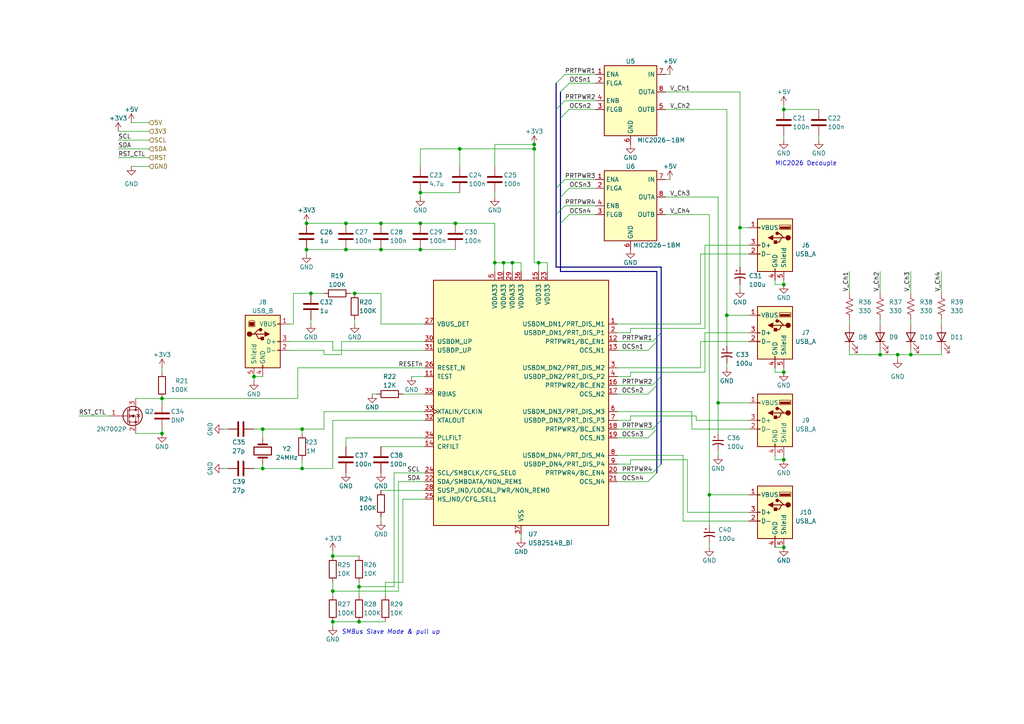
<source format=kicad_sch>
(kicad_sch (version 20211123) (generator eeschema)
  (paper "A4")
  (title_block (date "2022-09-12") (rev "0.2") (comment 1 "Runnan Li"))
  (lib_symbols
    (symbol "Connector:USB_A" (pin_names (offset 1.016))
      (property "Reference" "J" (at -5.08 11.43 0))
      (property "Value" "USB_A" (at -5.08 8.89 0))
      (symbol "USB_A_1_1"
        (pin power_in line (at 7.62 5.08 180) (length 2.54) (name "VBUS") (number "1"))
        (pin bidirectional line (at 7.62 -2.54 180) (length 2.54) (name "D-") (number "2"))
        (pin bidirectional line (at 7.62 0 180) (length 2.54) (name "D+") (number "3"))
        (pin power_in line (at 0 -10.16 90) (length 2.54) (name "GND") (number "4"))
        (pin passive line (at -2.54 -10.16 90) (length 2.54) (name "Shield") (number "5"))
      )
    )
    (symbol "Connector:USB_B" (pin_names (offset 1.016))
      (property "Reference" "J" (at -5.08 11.43 0))
      (property "Value" "USB_B" (at -5.08 8.89 0))
      (symbol "USB_B_1_1"
        (pin power_out line (at 7.62 5.08 180) (length 2.54) (name "VBUS") (number "1"))
        (pin bidirectional line (at 7.62 -2.54 180) (length 2.54) (name "D-") (number "2"))
        (pin bidirectional line (at 7.62 0 180) (length 2.54) (name "D+") (number "3"))
        (pin power_out line (at 0 -10.16 90) (length 2.54) (name "GND") (number "4"))
        (pin passive line (at -2.54 -10.16 90) (length 2.54) (name "Shield") (number "5"))
      )
    )
    (symbol "Device:C" (pin_numbers hide) (pin_names (offset 0.254))
      (property "Reference" "C" (at 0.635 2.54 0))
      (property "Value" "C" (at 0.635 -2.54 0))
      (symbol "C_1_1"
        (pin passive line (at 0 3.81 270) (length 2.794) (name "~") (number "1"))
        (pin passive line (at 0 -3.81 90) (length 2.794) (name "~") (number "2"))
      )
    )
    (symbol "Device:C_Polarized_Small_US" (pin_numbers hide) (pin_names (offset 0.254) hide)
      (property "Reference" "C" (at 0.254 1.778 0))
      (property "Value" "C_Polarized_Small_US" (at 0.254 -2.032 0))
      (symbol "C_Polarized_Small_US_1_1"
        (pin passive line (at 0 2.54 270) (length 2.032) (name "~") (number "1"))
        (pin passive line (at 0 -2.54 90) (length 2.032) (name "~") (number "2"))
      )
    )
    (symbol "Device:Crystal" (pin_numbers hide) (pin_names (offset 1.016) hide)
      (property "Reference" "Y" (at 0 3.81 0))
      (property "Value" "Crystal" (at 0 -3.81 0))
      (symbol "Crystal_1_1"
        (pin passive line (at -3.81 0 0) (length 1.27) (name "1") (number "1"))
        (pin passive line (at 3.81 0 180) (length 1.27) (name "2") (number "2"))
      )
    )
    (symbol "Device:LED" (pin_numbers hide) (pin_names (offset 1.016) hide)
      (property "Reference" "D" (at 0 2.54 0))
      (property "Value" "LED" (at 0 -2.54 0))
      (symbol "LED_1_1"
        (pin passive line (at -3.81 0 0) (length 2.54) (name "K") (number "1"))
        (pin passive line (at 3.81 0 180) (length 2.54) (name "A") (number "2"))
      )
    )
    (symbol "Device:R" (pin_numbers hide) (pin_names (offset 0))
      (property "Reference" "R" (at 2.032 0 90))
      (property "Value" "R" (at 0 0 90))
      (symbol "R_1_1"
        (pin passive line (at 0 3.81 270) (length 1.27) (name "~") (number "1"))
        (pin passive line (at 0 -3.81 90) (length 1.27) (name "~") (number "2"))
      )
    )
    (symbol "Device:R_US" (pin_numbers hide) (pin_names (offset 0))
      (property "Reference" "R" (at 2.54 0 90))
      (property "Value" "R_US" (at -2.54 0 90))
      (symbol "R_US_1_1"
        (pin passive line (at 0 3.81 270) (length 1.27) (name "~") (number "1"))
        (pin passive line (at 0 -3.81 90) (length 1.27) (name "~") (number "2"))
      )
    )
    (symbol "Interface_USB:USB2514B_Bi" (pin_names (offset 1.016))
      (property "Reference" "U" (at -17.78 40.64 0))
      (property "Value" "USB2514B_Bi" (at -20.32 38.1 0))
      (symbol "USB2514B_Bi_1_1"
        (pin bidirectional line (at 27.94 22.86 180) (length 2.54) (name "USBDM_DN1/PRT_DIS_M1") (number "1"))
        (pin power_in line (at -5.08 38.1 270) (length 2.54) (name "VDDA33") (number "10"))
        (pin input line (at -27.94 7.62 0) (length 2.54) (name "TEST") (number "11"))
        (pin bidirectional line (at 27.94 17.78 180) (length 2.54) (name "PRTPWR1/BC_EN1") (number "12"))
        (pin input line (at 27.94 15.24 180) (length 2.54) (name "OCS_N1") (number "13"))
        (pin input line (at -27.94 -12.7 0) (length 2.54) (name "CRFILT") (number "14"))
        (pin power_in line (at 5.08 38.1 270) (length 2.54) (name "VDD33") (number "15"))
        (pin bidirectional line (at 27.94 5.08 180) (length 2.54) (name "PRTPWR2/BC_EN2") (number "16"))
        (pin input line (at 27.94 2.54 180) (length 2.54) (name "OCS_N2") (number "17"))
        (pin bidirectional line (at 27.94 -7.62 180) (length 2.54) (name "PRTPWR3/BC_EN3") (number "18"))
        (pin input line (at 27.94 -10.16 180) (length 2.54) (name "OCS_N3") (number "19"))
        (pin bidirectional line (at 27.94 20.32 180) (length 2.54) (name "USBDP_DN1/PRT_DIS_P1") (number "2"))
        (pin bidirectional line (at 27.94 -20.32 180) (length 2.54) (name "PRTPWR4/BC_EN4") (number "20"))
        (pin input line (at 27.94 -22.86 180) (length 2.54) (name "OCS_N4") (number "21"))
        (pin bidirectional line (at -27.94 -22.86 0) (length 2.54) (name "SDA/SMBDATA/NON_REM1") (number "22"))
        (pin power_in line (at 7.62 38.1 270) (length 2.54) (name "VDD33") (number "23"))
        (pin bidirectional line (at -27.94 -20.32 0) (length 2.54) (name "SCL/SMBCLK/CFG_SEL0") (number "24"))
        (pin bidirectional line (at -27.94 -27.94 0) (length 2.54) (name "HS_IND/CFG_SEL1") (number "25"))
        (pin input line (at -27.94 10.16 0) (length 2.54) (name "RESET_N") (number "26"))
        (pin input line (at -27.94 22.86 0) (length 2.54) (name "VBUS_DET") (number "27"))
        (pin bidirectional line (at -27.94 -25.4 0) (length 2.54) (name "SUSP_IND/LOCAL_PWR/NON_REM0") (number "28"))
        (pin power_in line (at -2.54 38.1 270) (length 2.54) (name "VDDA33") (number "29"))
        (pin bidirectional line (at 27.94 10.16 180) (length 2.54) (name "USBDM_DN2/PRT_DIS_M2") (number "3"))
        (pin bidirectional line (at -27.94 17.78 0) (length 2.54) (name "USBDM_UP") (number "30"))
        (pin bidirectional line (at -27.94 15.24 0) (length 2.54) (name "USBDP_UP") (number "31"))
        (pin output line (at -27.94 -5.08 0) (length 2.54) (name "XTALOUT") (number "32"))
        (pin input clock (at -27.94 -2.54 0) (length 2.54) (name "XTALIN/CLKIN") (number "33"))
        (pin input line (at -27.94 -10.16 0) (length 2.54) (name "PLLFILT") (number "34"))
        (pin input line (at -27.94 2.54 0) (length 2.54) (name "RBIAS") (number "35"))
        (pin power_in line (at 0 38.1 270) (length 2.54) (name "VDDA33") (number "36"))
        (pin power_in line (at 0 -38.1 90) (length 2.54) (name "VSS") (number "37"))
        (pin bidirectional line (at 27.94 7.62 180) (length 2.54) (name "USBDP_DN2/PRT_DIS_P2") (number "4"))
        (pin power_in line (at -7.62 38.1 270) (length 2.54) (name "VDDA33") (number "5"))
        (pin bidirectional line (at 27.94 -2.54 180) (length 2.54) (name "USBDM_DN3/PRT_DIS_M3") (number "6"))
        (pin bidirectional line (at 27.94 -5.08 180) (length 2.54) (name "USBDP_DN3/PRT_DIS_P3") (number "7"))
        (pin bidirectional line (at 27.94 -15.24 180) (length 2.54) (name "USBDM_DN4/PRT_DIS_M4") (number "8"))
        (pin bidirectional line (at 27.94 -17.78 180) (length 2.54) (name "USBDP_DN4/PRT_DIS_P4") (number "9"))
      )
    )
    (symbol "Power_Management:MIC2026-1BM"
      (property "Reference" "U" (at -7.62 11.43 0))
      (property "Value" "MIC2026-1BM" (at 12.7 11.43 0))
      (symbol "MIC2026-1BM_1_1"
        (pin input line (at -10.16 7.62 0) (length 2.54) (name "ENA") (number "1"))
        (pin output line (at -10.16 5.08 0) (length 2.54) (name "FLGA") (number "2"))
        (pin output line (at -10.16 -2.54 0) (length 2.54) (name "FLGB") (number "3"))
        (pin input line (at -10.16 0 0) (length 2.54) (name "ENB") (number "4"))
        (pin power_out line (at 10.16 -2.54 180) (length 2.54) (name "OUTB") (number "5"))
        (pin power_in line (at 0 -12.7 90) (length 2.54) (name "GND") (number "6"))
        (pin power_in line (at 10.16 7.62 180) (length 2.54) (name "IN") (number "7"))
        (pin power_out line (at 10.16 2.54 180) (length 2.54) (name "OUTA") (number "8"))
      )
    )
    (symbol "Transistor_FET:2N7002" (pin_names hide)
      (property "Reference" "Q" (at 5.08 1.905 0))
      (property "Value" "2N7002" (at 5.08 0 0))
      (symbol "2N7002_1_1"
        (pin input line (at -5.08 0 0) (length 2.54) (name "G") (number "1"))
        (pin passive line (at 2.54 -5.08 90) (length 2.54) (name "S") (number "2"))
        (pin passive line (at 2.54 5.08 270) (length 2.54) (name "D") (number "3"))
      )
    )
    (symbol "power:+3V3" (power) (pin_names (offset 0))
      (property "Value" "+3V3" (at 0 3.556 0))
      (symbol "+3V3_1_1"
        (pin power_in line (at 0 0 90) (length 0) hide (name "+3V3") (number "1"))
      )
    )
    (symbol "power:+5V" (power) (pin_names (offset 0))
      (property "Value" "+5V" (at 0 3.556 0))
      (symbol "+5V_1_1"
        (pin power_in line (at 0 0 90) (length 0) hide (name "+5V") (number "1"))
      )
    )
    (symbol "power:GND" (power) (pin_names (offset 0))
      (property "Value" "GND" (at 0 -3.81 0))
      (symbol "GND_1_1"
        (pin power_in line (at 0 0 270) (length 0) hide (name "GND") (number "1"))
      )
    )
  )
  (junction (at 121.92 55.88))
  (junction (at 76.2 124.46))
  (junction (at 208.28 116.84))
  (junction (at 205.74 143.51))
  (junction (at 148.59 76.2))
  (junction (at 87.63 135.89))
  (junction (at 227.33 31.75))
  (junction (at 154.94 41.91))
  (junction (at 260.35 102.87))
  (junction (at 110.49 64.77))
  (junction (at 132.08 64.77))
  (junction (at 214.63 66.04))
  (junction (at 227.33 107.95))
  (junction (at 104.14 180.34))
  (junction (at 96.52 161.29))
  (junction (at 121.92 64.77))
  (junction (at 210.82 91.44))
  (junction (at 227.33 133.35))
  (junction (at 46.99 115.57))
  (junction (at 154.94 43.18))
  (junction (at 100.33 64.77))
  (junction (at 102.87 85.09))
  (junction (at 87.63 124.46))
  (junction (at 143.51 76.2))
  (junction (at 96.52 171.45))
  (junction (at 88.9 72.39))
  (junction (at 46.99 125.73))
  (junction (at 227.33 82.55))
  (junction (at 104.14 170.18))
  (junction (at 255.27 102.87))
  (junction (at 146.05 76.2))
  (junction (at 76.2 135.89))
  (junction (at 227.33 158.75))
  (junction (at 110.49 72.39))
  (junction (at 121.92 72.39))
  (junction (at 96.52 180.34))
  (junction (at 264.16 102.87))
  (junction (at 100.33 72.39))
  (junction (at 156.21 76.2))
  (junction (at 88.9 64.77))
  (junction (at 133.35 43.18))
  (junction (at 90.17 85.09))
  (junction (at 73.66 109.22))
  (bus_entry (at 161.29 31.75) (size 2.54 -2.54))
  (bus_entry (at 187.96 114.3) (size 2.54 -2.54))
  (bus_entry (at 187.96 127) (size 2.54 -2.54))
  (bus_entry (at 162.56 57.15) (size 2.54 -2.54))
  (bus_entry (at 189.23 137.16) (size 2.54 -2.54))
  (bus_entry (at 162.56 64.77) (size 2.54 -2.54))
  (bus_entry (at 161.29 62.23) (size 2.54 -2.54))
  (bus_entry (at 161.29 24.13) (size 2.54 -2.54))
  (bus_entry (at 187.96 101.6) (size 2.54 -2.54))
  (bus_entry (at 187.96 139.7) (size 2.54 -2.54))
  (bus_entry (at 162.56 34.29) (size 2.54 -2.54))
  (bus_entry (at 161.29 54.61) (size 2.54 -2.54))
  (bus_entry (at 189.23 99.06) (size 2.54 -2.54))
  (bus_entry (at 162.56 26.67) (size 2.54 -2.54))
  (bus_entry (at 189.23 111.76) (size 2.54 -2.54))
  (bus_entry (at 189.23 124.46) (size 2.54 -2.54))
  (wire (pts (xy 156.21 76.2) (xy 158.75 76.2)))
  (wire (pts (xy 179.07 101.6) (xy 187.96 101.6)))
  (wire (pts (xy 200.66 124.46) (xy 217.17 124.46)))
  (wire (pts (xy 109.22 114.3) (xy 107.95 114.3)))
  (wire (pts (xy 210.82 105.41) (xy 210.82 106.68)))
  (wire (pts (xy 273.05 92.71) (xy 273.05 93.98)))
  (wire (pts (xy 99.06 99.06) (xy 99.06 102.87)))
  (wire (pts (xy 143.51 76.2) (xy 143.51 64.77)))
  (wire (pts (xy 85.09 85.09) (xy 90.17 85.09)))
  (wire (pts (xy 123.19 93.98) (xy 110.49 93.98)))
  (wire (pts (xy 76.2 135.89) (xy 76.2 134.62)))
  (bus (pts (xy 161.29 77.47) (xy 191.77 77.47)))
  (wire (pts (xy 165.1 24.13) (xy 172.72 24.13)))
  (wire (pts (xy 34.29 43.18) (xy 43.18 43.18)))
  (wire (pts (xy 73.66 109.22) (xy 73.66 110.49)))
  (wire (pts (xy 96.52 161.29) (xy 104.14 161.29)))
  (wire (pts (xy 273.05 101.6) (xy 273.05 102.87)))
  (wire (pts (xy 133.35 55.88) (xy 121.92 55.88)))
  (wire (pts (xy 200.66 119.38) (xy 179.07 119.38)))
  (wire (pts (xy 110.49 129.54) (xy 123.19 129.54)))
  (wire (pts (xy 46.99 106.68) (xy 46.99 107.95)))
  (wire (pts (xy 121.92 48.26) (xy 121.92 43.18)))
  (wire (pts (xy 100.33 129.54) (xy 100.33 127)))
  (wire (pts (xy 204.47 71.12) (xy 217.17 71.12)))
  (wire (pts (xy 165.1 31.75) (xy 172.72 31.75)))
  (wire (pts (xy 121.92 43.18) (xy 133.35 43.18)))
  (wire (pts (xy 38.1 35.56) (xy 43.18 35.56)))
  (wire (pts (xy 110.49 64.77) (xy 121.92 64.77)))
  (wire (pts (xy 73.66 135.89) (xy 76.2 135.89)))
  (wire (pts (xy 99.06 102.87) (xy 93.98 102.87)))
  (wire (pts (xy 104.14 168.91) (xy 104.14 170.18)))
  (wire (pts (xy 182.88 107.95) (xy 182.88 109.22)))
  (wire (pts (xy 255.27 101.6) (xy 255.27 102.87)))
  (wire (pts (xy 64.77 135.89) (xy 66.04 135.89)))
  (wire (pts (xy 110.49 93.98) (xy 110.49 85.09)))
  (wire (pts (xy 208.28 57.15) (xy 208.28 116.84)))
  (wire (pts (xy 146.05 76.2) (xy 143.51 76.2)))
  (wire (pts (xy 101.6 85.09) (xy 102.87 85.09)))
  (wire (pts (xy 90.17 85.09) (xy 93.98 85.09)))
  (wire (pts (xy 163.83 59.69) (xy 172.72 59.69)))
  (wire (pts (xy 205.74 62.23) (xy 193.04 62.23)))
  (wire (pts (xy 85.09 85.09) (xy 85.09 93.98)))
  (wire (pts (xy 193.04 57.15) (xy 208.28 57.15)))
  (wire (pts (xy 151.13 154.94) (xy 151.13 156.21)))
  (wire (pts (xy 205.74 62.23) (xy 205.74 143.51)))
  (wire (pts (xy 119.38 109.22) (xy 123.19 109.22)))
  (wire (pts (xy 96.52 160.02) (xy 96.52 161.29)))
  (wire (pts (xy 208.28 116.84) (xy 208.28 125.73)))
  (wire (pts (xy 88.9 72.39) (xy 88.9 73.66)))
  (wire (pts (xy 115.57 139.7) (xy 115.57 171.45)))
  (wire (pts (xy 227.33 132.08) (xy 227.33 133.35)))
  (wire (pts (xy 110.49 85.09) (xy 102.87 85.09)))
  (wire (pts (xy 193.04 26.67) (xy 214.63 26.67)))
  (wire (pts (xy 154.94 76.2) (xy 156.21 76.2)))
  (wire (pts (xy 198.12 151.13) (xy 217.17 151.13)))
  (wire (pts (xy 246.38 101.6) (xy 246.38 102.87)))
  (wire (pts (xy 179.07 134.62) (xy 182.88 134.62)))
  (wire (pts (xy 182.88 133.35) (xy 199.39 133.35)))
  (wire (pts (xy 46.99 115.57) (xy 46.99 116.84)))
  (wire (pts (xy 115.57 139.7) (xy 123.19 139.7)))
  (wire (pts (xy 121.92 72.39) (xy 132.08 72.39)))
  (wire (pts (xy 179.07 96.52) (xy 182.88 96.52)))
  (bus (pts (xy 161.29 62.23) (xy 161.29 77.47)))
  (wire (pts (xy 200.66 119.38) (xy 200.66 124.46)))
  (wire (pts (xy 96.52 121.92) (xy 123.19 121.92)))
  (bus (pts (xy 162.56 34.29) (xy 162.56 57.15)))
  (wire (pts (xy 227.33 81.28) (xy 227.33 82.55)))
  (bus (pts (xy 190.5 78.74) (xy 190.5 99.06)))
  (wire (pts (xy 87.63 124.46) (xy 93.98 124.46)))
  (wire (pts (xy 182.88 134.62) (xy 182.88 133.35)))
  (wire (pts (xy 73.66 109.22) (xy 76.2 109.22)))
  (wire (pts (xy 224.79 158.75) (xy 227.33 158.75)))
  (wire (pts (xy 34.29 40.64) (xy 43.18 40.64)))
  (wire (pts (xy 193.04 52.07) (xy 194.31 52.07)))
  (wire (pts (xy 179.07 132.08) (xy 198.12 132.08)))
  (wire (pts (xy 114.3 137.16) (xy 114.3 170.18)))
  (wire (pts (xy 205.74 143.51) (xy 217.17 143.51)))
  (wire (pts (xy 96.52 101.6) (xy 96.52 99.06)))
  (wire (pts (xy 214.63 66.04) (xy 217.17 66.04)))
  (bus (pts (xy 191.77 96.52) (xy 191.77 109.22)))
  (wire (pts (xy 143.51 78.74) (xy 143.51 76.2)))
  (wire (pts (xy 100.33 72.39) (xy 110.49 72.39)))
  (wire (pts (xy 199.39 133.35) (xy 199.39 148.59)))
  (wire (pts (xy 163.83 21.59) (xy 172.72 21.59)))
  (bus (pts (xy 190.5 111.76) (xy 190.5 124.46)))
  (wire (pts (xy 182.88 121.92) (xy 179.07 121.92)))
  (wire (pts (xy 83.82 93.98) (xy 85.09 93.98)))
  (wire (pts (xy 158.75 76.2) (xy 158.75 78.74)))
  (wire (pts (xy 255.27 78.74) (xy 255.27 85.09)))
  (wire (pts (xy 182.88 109.22) (xy 179.07 109.22)))
  (wire (pts (xy 143.51 55.88) (xy 143.51 57.15)))
  (wire (pts (xy 217.17 73.66) (xy 203.2 73.66)))
  (wire (pts (xy 179.07 139.7) (xy 187.96 139.7)))
  (wire (pts (xy 111.76 168.91) (xy 116.84 168.91)))
  (wire (pts (xy 154.94 41.91) (xy 154.94 43.18)))
  (bus (pts (xy 162.56 78.74) (xy 190.5 78.74)))
  (wire (pts (xy 143.51 41.91) (xy 143.51 48.26)))
  (wire (pts (xy 179.07 127) (xy 187.96 127)))
  (wire (pts (xy 165.1 54.61) (xy 172.72 54.61)))
  (wire (pts (xy 93.98 102.87) (xy 93.98 101.6)))
  (wire (pts (xy 210.82 91.44) (xy 210.82 100.33)))
  (wire (pts (xy 214.63 77.47) (xy 214.63 66.04)))
  (wire (pts (xy 224.79 133.35) (xy 227.33 133.35)))
  (wire (pts (xy 246.38 92.71) (xy 246.38 93.98)))
  (wire (pts (xy 123.19 119.38) (xy 93.98 119.38)))
  (wire (pts (xy 93.98 101.6) (xy 83.82 101.6)))
  (wire (pts (xy 154.94 43.18) (xy 154.94 76.2)))
  (wire (pts (xy 148.59 78.74) (xy 148.59 76.2)))
  (wire (pts (xy 227.33 31.75) (xy 237.49 31.75)))
  (bus (pts (xy 190.5 124.46) (xy 190.5 137.16)))
  (wire (pts (xy 86.36 106.68) (xy 86.36 115.57)))
  (wire (pts (xy 163.83 29.21) (xy 172.72 29.21)))
  (wire (pts (xy 38.1 48.26) (xy 43.18 48.26)))
  (wire (pts (xy 110.49 72.39) (xy 121.92 72.39)))
  (wire (pts (xy 224.79 82.55) (xy 227.33 82.55)))
  (bus (pts (xy 161.29 24.13) (xy 161.29 31.75)))
  (wire (pts (xy 151.13 78.74) (xy 151.13 76.2)))
  (bus (pts (xy 190.5 99.06) (xy 190.5 111.76)))
  (wire (pts (xy 224.79 107.95) (xy 227.33 107.95)))
  (wire (pts (xy 100.33 127) (xy 123.19 127)))
  (bus (pts (xy 191.77 121.92) (xy 191.77 134.62)))
  (bus (pts (xy 162.56 64.77) (xy 162.56 78.74)))
  (wire (pts (xy 199.39 148.59) (xy 217.17 148.59)))
  (wire (pts (xy 273.05 78.74) (xy 273.05 85.09)))
  (wire (pts (xy 148.59 76.2) (xy 146.05 76.2)))
  (wire (pts (xy 246.38 102.87) (xy 255.27 102.87)))
  (wire (pts (xy 87.63 124.46) (xy 76.2 124.46)))
  (wire (pts (xy 111.76 168.91) (xy 111.76 172.72)))
  (wire (pts (xy 156.21 76.2) (xy 156.21 78.74)))
  (wire (pts (xy 260.35 102.87) (xy 264.16 102.87)))
  (wire (pts (xy 214.63 82.55) (xy 214.63 83.82)))
  (wire (pts (xy 87.63 135.89) (xy 96.52 135.89)))
  (wire (pts (xy 227.33 39.37) (xy 227.33 40.64)))
  (wire (pts (xy 121.92 64.77) (xy 132.08 64.77)))
  (wire (pts (xy 203.2 99.06) (xy 217.17 99.06)))
  (wire (pts (xy 96.52 171.45) (xy 96.52 172.72)))
  (wire (pts (xy 204.47 95.25) (xy 204.47 71.12)))
  (wire (pts (xy 179.07 111.76) (xy 189.23 111.76)))
  (wire (pts (xy 182.88 95.25) (xy 204.47 95.25)))
  (wire (pts (xy 182.88 107.95) (xy 204.47 107.95)))
  (wire (pts (xy 73.66 124.46) (xy 76.2 124.46)))
  (wire (pts (xy 22.86 120.65) (xy 31.75 120.65)))
  (wire (pts (xy 179.07 124.46) (xy 189.23 124.46)))
  (wire (pts (xy 224.79 81.28) (xy 224.79 82.55)))
  (bus (pts (xy 162.56 26.67) (xy 162.56 34.29)))
  (wire (pts (xy 165.1 62.23) (xy 172.72 62.23)))
  (wire (pts (xy 39.37 115.57) (xy 46.99 115.57)))
  (wire (pts (xy 237.49 39.37) (xy 237.49 40.64)))
  (wire (pts (xy 123.19 106.68) (xy 86.36 106.68)))
  (wire (pts (xy 90.17 92.71) (xy 90.17 93.98)))
  (wire (pts (xy 96.52 180.34) (xy 104.14 180.34)))
  (wire (pts (xy 193.04 31.75) (xy 210.82 31.75)))
  (wire (pts (xy 227.33 30.48) (xy 227.33 31.75)))
  (wire (pts (xy 193.04 21.59) (xy 194.31 21.59)))
  (wire (pts (xy 217.17 116.84) (xy 208.28 116.84)))
  (wire (pts (xy 123.19 137.16) (xy 114.3 137.16)))
  (wire (pts (xy 182.88 120.65) (xy 182.88 121.92)))
  (bus (pts (xy 191.77 109.22) (xy 191.77 121.92)))
  (wire (pts (xy 96.52 135.89) (xy 96.52 121.92)))
  (wire (pts (xy 104.14 180.34) (xy 111.76 180.34)))
  (wire (pts (xy 210.82 31.75) (xy 210.82 91.44)))
  (wire (pts (xy 39.37 125.73) (xy 46.99 125.73)))
  (wire (pts (xy 260.35 102.87) (xy 260.35 104.14)))
  (wire (pts (xy 86.36 115.57) (xy 46.99 115.57)))
  (wire (pts (xy 255.27 102.87) (xy 260.35 102.87)))
  (wire (pts (xy 87.63 125.73) (xy 87.63 124.46)))
  (wire (pts (xy 201.93 120.65) (xy 182.88 120.65)))
  (wire (pts (xy 179.07 99.06) (xy 189.23 99.06)))
  (bus (pts (xy 191.77 77.47) (xy 191.77 96.52)))
  (wire (pts (xy 88.9 72.39) (xy 100.33 72.39)))
  (wire (pts (xy 198.12 132.08) (xy 198.12 151.13)))
  (wire (pts (xy 179.07 93.98) (xy 203.2 93.98)))
  (wire (pts (xy 87.63 135.89) (xy 76.2 135.89)))
  (wire (pts (xy 96.52 99.06) (xy 83.82 99.06)))
  (wire (pts (xy 205.74 143.51) (xy 205.74 152.4)))
  (wire (pts (xy 224.79 132.08) (xy 224.79 133.35)))
  (wire (pts (xy 88.9 64.77) (xy 100.33 64.77)))
  (wire (pts (xy 110.49 149.86) (xy 110.49 151.13)))
  (wire (pts (xy 114.3 170.18) (xy 104.14 170.18)))
  (wire (pts (xy 203.2 73.66) (xy 203.2 93.98)))
  (wire (pts (xy 264.16 101.6) (xy 264.16 102.87)))
  (wire (pts (xy 203.2 106.68) (xy 203.2 99.06)))
  (bus (pts (xy 161.29 54.61) (xy 161.29 62.23)))
  (wire (pts (xy 255.27 92.71) (xy 255.27 93.98)))
  (wire (pts (xy 264.16 92.71) (xy 264.16 93.98)))
  (wire (pts (xy 93.98 119.38) (xy 93.98 124.46)))
  (wire (pts (xy 208.28 130.81) (xy 208.28 132.08)))
  (bus (pts (xy 162.56 57.15) (xy 162.56 64.77)))
  (wire (pts (xy 34.29 45.72) (xy 43.18 45.72)))
  (wire (pts (xy 204.47 96.52) (xy 204.47 107.95)))
  (wire (pts (xy 116.84 114.3) (xy 123.19 114.3)))
  (wire (pts (xy 76.2 124.46) (xy 76.2 127)))
  (wire (pts (xy 179.07 137.16) (xy 189.23 137.16)))
  (wire (pts (xy 87.63 133.35) (xy 87.63 135.89)))
  (wire (pts (xy 224.79 106.68) (xy 224.79 107.95)))
  (wire (pts (xy 146.05 78.74) (xy 146.05 76.2)))
  (wire (pts (xy 100.33 64.77) (xy 110.49 64.77)))
  (wire (pts (xy 227.33 106.68) (xy 227.33 107.95)))
  (wire (pts (xy 123.19 144.78) (xy 116.84 144.78)))
  (wire (pts (xy 143.51 41.91) (xy 154.94 41.91)))
  (wire (pts (xy 179.07 114.3) (xy 187.96 114.3)))
  (wire (pts (xy 217.17 96.52) (xy 204.47 96.52)))
  (wire (pts (xy 96.52 168.91) (xy 96.52 171.45)))
  (wire (pts (xy 110.49 142.24) (xy 123.19 142.24)))
  (wire (pts (xy 201.93 120.65) (xy 201.93 121.92)))
  (wire (pts (xy 123.19 99.06) (xy 99.06 99.06)))
  (wire (pts (xy 205.74 157.48) (xy 205.74 158.75)))
  (wire (pts (xy 210.82 91.44) (xy 217.17 91.44)))
  (wire (pts (xy 182.88 96.52) (xy 182.88 95.25)))
  (wire (pts (xy 133.35 43.18) (xy 133.35 48.26)))
  (wire (pts (xy 116.84 144.78) (xy 116.84 168.91)))
  (wire (pts (xy 104.14 170.18) (xy 104.14 172.72)))
  (wire (pts (xy 214.63 26.67) (xy 214.63 66.04)))
  (wire (pts (xy 121.92 55.88) (xy 121.92 57.15)))
  (wire (pts (xy 64.77 124.46) (xy 66.04 124.46)))
  (wire (pts (xy 246.38 78.74) (xy 246.38 85.09)))
  (wire (pts (xy 264.16 102.87) (xy 273.05 102.87)))
  (wire (pts (xy 123.19 101.6) (xy 96.52 101.6)))
  (wire (pts (xy 151.13 76.2) (xy 148.59 76.2)))
  (wire (pts (xy 133.35 43.18) (xy 154.94 43.18)))
  (bus (pts (xy 161.29 31.75) (xy 161.29 54.61)))
  (wire (pts (xy 264.16 78.74) (xy 264.16 85.09)))
  (wire (pts (xy 143.51 64.77) (xy 132.08 64.77)))
  (wire (pts (xy 179.07 106.68) (xy 203.2 106.68)))
  (wire (pts (xy 96.52 171.45) (xy 115.57 171.45)))
  (wire (pts (xy 201.93 121.92) (xy 217.17 121.92)))
  (wire (pts (xy 96.52 180.34) (xy 96.52 181.61)))
  (wire (pts (xy 34.29 38.1) (xy 43.18 38.1)))
  (wire (pts (xy 163.83 52.07) (xy 172.72 52.07)))
  (wire (pts (xy 102.87 92.71) (xy 102.87 93.98)))
  (wire (pts (xy 46.99 124.46) (xy 46.99 125.73)))
  (text "SMBus Slave Mode & pull up" (at 99.06 184.15 0) (effects (font (size 1.27 1.27) italic) (justify left bottom)))
  (text "MIC2026 Decouple" (at 224.79 48.26 0) (effects (font (size 1.27 1.27)) (justify left bottom)))
  (label "V_Ch1" (at 194.31 26.67 0))
  (label "V_Ch3" (at 264.16 78.74 270))
  (label "PRTPWR3" (at 163.83 52.07 0))
  (label "SDA" (at 34.29 43.18 0))
  (label "PRTPWR1" (at 163.83 21.59 0))
  (label "PRTPWR4" (at 180.34 137.16 0))
  (label "PRTPWR4" (at 163.83 59.69 0))
  (label "OCSn1" (at 165.1 24.13 0))
  (label "OCSn2" (at 165.1 31.75 0))
  (label "V_Ch2" (at 255.27 78.74 270))
  (label "OCSn3" (at 180.34 127 0))
  (label "V_Ch3" (at 194.31 57.15 0))
  (label "PRTPWR2" (at 180.34 111.76 0))
  (label "SCL" (at 34.29 40.64 0))
  (label "V_Ch4" (at 194.31 62.23 0))
  (label "OCSn2" (at 180.34 114.3 0))
  (label "V_Ch1" (at 246.38 78.74 270))
  (label "PRTPWR1" (at 180.34 99.06 0))
  (label "OCSn1" (at 180.34 101.6 0))
  (label "PRTPWR3" (at 180.34 124.46 0))
  (label "V_Ch4" (at 273.05 78.74 270))
  (label "RESETn" (at 115.57 106.68 0))
  (label "V_Ch2" (at 194.31 31.75 0))
  (label "RST_CTL" (at 34.29 45.72 0))
  (label "PRTPWR2" (at 163.83 29.21 0))
  (label "OCSn4" (at 180.34 139.7 0))
  (label "OCSn3" (at 165.1 54.61 0))
  (label "SDA" (at 118.11 139.7 0))
  (label "SCL" (at 118.11 137.16 0))
  (label "RST_CTL" (at 22.86 120.65 0))
  (label "OCSn4" (at 165.1 62.23 0))
  (hierarchical_label "SDA" (shape input) (at 43.18 43.18 0))
  (hierarchical_label "RST" (shape input) (at 43.18 45.72 0))
  (hierarchical_label "GND" (shape input) (at 43.18 48.26 0))
  (hierarchical_label "5V" (shape input) (at 43.18 35.56 0))
  (hierarchical_label "3V3" (shape input) (at 43.18 38.1 0))
  (hierarchical_label "SCL" (shape input) (at 43.18 40.64 0))
  (symbol (lib_id "power:GND") (at 214.63 83.82 0) (unit 1)
    (property "Reference" "#PWR078" (effects hide))
    (property "Value" "GND" (at 214.63 87.63 0))
  )
  (symbol (lib_id "power:GND") (at 88.9 73.66 0) (unit 1)
    (property "Reference" "#PWR076" (effects hide))
    (property "Value" "GND" (at 88.9 77.47 0))
  )
  (symbol (lib_id "power:+5V") (at 227.33 30.48 0) (unit 1)
    (property "Reference" "#PWR063" (effects hide))
    (property "Value" "+5V" (at 227.33 26.67 0))
  )
  (symbol (lib_id "Device:C") (at 90.17 88.9 0) (unit 1)
    (property "Reference" "C32" (at 92.71 87.63 0) (effects (justify left)))
    (property "Value" "1u" (at 92.71 90.17 0) (effects (justify left)))
    (property "Footprint" "Resistor_SMD:R_0402_1005Metric_Pad0.72x0.64mm_HandSolder" (effects hide))
    (property "LCSC" "C52923" (effects hide))
  )
  (symbol (lib_id "power:+3V3") (at 46.99 106.68 0) (unit 1)
    (property "Reference" "#PWR081" (effects hide))
    (property "Value" "+3V3" (at 46.99 102.87 0))
  )
  (symbol (lib_id "Device:Crystal") (at 76.2 130.81 270) (unit 1)
    (property "Reference" "Y2" (at 83.185 130.175 90))
    (property "Value" "24MHz" (at 83.185 132.715 90))
    (property "Footprint" "Crystal:Crystal_SMD_5032-2Pin_5.0x3.2mm_HandSoldering" (effects hide))
    (property "LCSC" "C112570" (effects hide))
  )
  (symbol (lib_id "Device:R") (at 96.52 176.53 0) (unit 1)
    (property "Reference" "R27" (at 97.79 175.26 0) (effects (justify left)))
    (property "Value" "100K" (at 97.79 177.8 0) (effects (justify left)))
    (property "Footprint" "Resistor_SMD:R_0603_1608Metric_Pad0.98x0.95mm_HandSolder" (effects hide))
    (property "LCSC" "C25803" (effects hide))
  )
  (symbol (lib_id "Device:C") (at 88.9 68.58 0) (unit 1)
    (property "Reference" "C26" (at 92.71 67.31 0) (effects (justify left)))
    (property "Value" "1u" (at 92.71 69.85 0) (effects (justify left)))
    (property "Footprint" "Resistor_SMD:R_0402_1005Metric_Pad0.72x0.64mm_HandSolder" (effects hide))
    (property "LCSC" "C52923" (effects hide))
  )
  (symbol (lib_id "Device:C") (at 133.35 52.07 0) (unit 1)
    (property "Reference" "C24" (at 135.89 50.8 0) (effects (justify left)))
    (property "Value" "100n" (at 135.89 53.34 0) (effects (justify left)))
    (property "Footprint" "Resistor_SMD:R_0402_1005Metric_Pad0.72x0.64mm_HandSolder" (effects hide))
    (property "LCSC" "C1525" (effects hide))
  )
  (symbol (lib_id "power:+5V") (at 194.31 21.59 0) (unit 1)
    (property "Reference" "#PWR062" (effects hide))
    (property "Value" "+5V" (at 194.31 17.78 0))
  )
  (symbol (lib_id "Device:C") (at 69.85 124.46 270) (unit 1)
    (property "Reference" "C35" (at 67.31 128.27 90) (effects (justify left)))
    (property "Value" "27p" (at 67.31 130.81 90) (effects (justify left)))
    (property "Footprint" "Capacitor_SMD:C_0402_1005Metric_Pad0.74x0.62mm_HandSolder" (effects hide))
    (property "LCSC" "C1557" (effects hide))
  )
  (symbol (lib_id "Device:C") (at 110.49 68.58 0) (unit 1)
    (property "Reference" "C28" (at 113.03 67.31 0) (effects (justify left)))
    (property "Value" "100n" (at 113.03 69.85 0) (effects (justify left)))
    (property "Footprint" "Resistor_SMD:R_0402_1005Metric_Pad0.72x0.64mm_HandSolder" (effects hide))
    (property "LCSC" "C1525" (effects hide))
  )
  (symbol (lib_id "power:GND") (at 121.92 57.15 0) (unit 1)
    (property "Reference" "#PWR072" (effects hide))
    (property "Value" "GND" (at 121.92 60.96 0))
  )
  (symbol (lib_id "power:GND") (at 102.87 93.98 0) (unit 1)
    (property "Reference" "#PWR080" (effects hide))
    (property "Value" "GND" (at 102.87 97.79 0))
  )
  (symbol (lib_id "power:GND") (at 151.13 156.21 0) (unit 1)
    (property "Reference" "#PWR095" (effects hide))
    (property "Value" "GND" (at 151.13 160.02 0))
  )
  (symbol (lib_id "Connector:USB_B") (at 76.2 99.06 0) (unit 1)
    (property "Reference" "J8" (at 76.2 87.63 0))
    (property "Value" "USB_B" (at 76.2 90.17 0))
    (property "Footprint" "Connector_USB:USB_B_OST_USB-B1HSxx_Horizontal" (effects hide))
    (property "Datasheet" " https://datasheet.lcsc.com/lcsc/2103081233_Jing-Extension-of-the-Electronic-Co--921-112A1010D10200_C46393.pdf" (effects hide))
    (property "LCSC" "C46393" (effects hide))
  )
  (symbol (lib_id "Device:LED") (at 273.05 97.79 90) (unit 1)
    (property "Reference" "D11" (at 275.59 97.79 90) (effects (justify right)))
    (property "Value" "19-217/GHC-YR1S2/3T" (effects hide))
    (property "Footprint" "Diode_SMD:D_0603_1608Metric_Pad1.05x0.95mm_HandSolder" (effects hide))
    (property "Datasheet" "https://media.digikey.com/pdf/Data%20Sheets/Everlight%20PDFs/19-217,GHC-YR1S2,3T.pdf" (effects hide))
    (property "LCSC" "C72043" (effects hide))
  )
  (symbol (lib_id "Device:C_Polarized_Small_US") (at 214.63 80.01 0) (unit 1)
    (property "Reference" "C31" (at 217.17 80.01 0) (effects (justify left)))
    (property "Value" "100u" (at 217.17 82.55 0) (effects (justify left)))
    (property "Footprint" "Capacitor_SMD:CP_Elec_5x5.4" (effects hide))
    (property "LCSC" "C87867" (effects hide))
  )
  (symbol (lib_id "power:GND") (at 182.88 41.91 0) (unit 1)
    (property "Reference" "#PWR069" (effects hide))
    (property "Value" "GND" (at 182.88 45.72 0))
  )
  (symbol (lib_id "power:GND") (at 119.38 109.22 0) (unit 1)
    (property "Reference" "#PWR084" (effects hide))
    (property "Value" "GND" (at 119.38 113.03 0))
  )
  (symbol (lib_id "Device:C") (at 227.33 35.56 0) (unit 1)
    (property "Reference" "C21" (at 229.87 34.29 0) (effects (justify left)))
    (property "Value" "100n" (at 229.87 36.83 0) (effects (justify left)))
    (property "Footprint" "Resistor_SMD:R_0402_1005Metric_Pad0.72x0.64mm_HandSolder" (effects hide))
    (property "LCSC" "C1525" (effects hide))
  )
  (symbol (lib_id "Device:R") (at 113.03 114.3 90) (unit 1)
    (property "Reference" "R22" (at 113.03 109.22 90))
    (property "Value" "12K" (at 113.03 111.76 90))
    (property "Footprint" "Resistor_SMD:R_0603_1608Metric_Pad0.98x0.95mm_HandSolder" (effects hide))
    (property "LCSC" "C22790" (effects hide))
  )
  (symbol (lib_id "Device:R") (at 111.76 176.53 0) (unit 1)
    (property "Reference" "R29" (at 113.03 175.26 0) (effects (justify left)))
    (property "Value" "10K" (at 113.03 177.8 0) (effects (justify left)))
    (property "Footprint" "Resistor_SMD:R_0603_1608Metric_Pad0.98x0.95mm_HandSolder" (effects hide))
    (property "LCSC" "C25804" (effects hide))
  )
  (symbol (lib_id "Device:C_Polarized_Small_US") (at 205.74 154.94 0) (unit 1)
    (property "Reference" "C40" (at 208.28 153.67 0) (effects (justify left)))
    (property "Value" "100u" (at 208.28 156.21 0) (effects (justify left)))
    (property "Footprint" "Capacitor_SMD:CP_Elec_5x5.4" (effects hide))
    (property "LCSC" "C87867" (effects hide))
  )
  (symbol (lib_id "Device:R_US") (at 264.16 88.9 0) (unit 1)
    (property "Reference" "R38" (at 266.7 87.6299 0) (effects (justify left)))
    (property "Value" "330" (at 266.7 90.1699 0) (effects (justify left)))
    (property "Footprint" "Resistor_SMD:R_0402_1005Metric_Pad0.72x0.64mm_HandSolder" (effects hide))
    (property "Datasheet" "https://datasheet.lcsc.com/lcsc/2205311900_UNI-ROYAL-Uniroyal-Elec-0402WGF3300TCE_C25104.pdf" (effects hide))
    (property "LCSC" "C25104" (effects hide))
  )
  (symbol (lib_id "power:GND") (at 46.99 125.73 0) (unit 1)
    (property "Reference" "#PWR088" (effects hide))
    (property "Value" "GND" (at 46.99 129.54 0))
  )
  (symbol (lib_id "power:GND") (at 210.82 106.68 0) (unit 1)
    (property "Reference" "#PWR082" (effects hide))
    (property "Value" "GND" (at 210.82 110.49 0))
  )
  (symbol (lib_id "power:+3V3") (at 154.94 41.91 0) (unit 1)
    (property "Reference" "#PWR068" (effects hide))
    (property "Value" "+3V3" (at 154.94 38.1 0))
  )
  (symbol (lib_id "power:GND") (at 237.49 40.64 0) (unit 1)
    (property "Reference" "#PWR067" (effects hide))
    (property "Value" "GND" (at 237.49 44.45 0))
  )
  (symbol (lib_id "power:GND") (at 64.77 124.46 270) (unit 1)
    (property "Reference" "#PWR087" (effects hide))
    (property "Value" "GND" (at 60.96 124.46 0))
  )
  (symbol (lib_id "Device:C") (at 121.92 52.07 0) (unit 1)
    (property "Reference" "C23" (at 124.46 50.8 0) (effects (justify left)))
    (property "Value" "4.7u" (at 124.46 53.34 0) (effects (justify left)))
    (property "Footprint" "Capacitor_SMD:C_0603_1608Metric_Pad1.08x0.95mm_HandSolder" (effects hide))
    (property "LCSC" "C19666" (effects hide))
  )
  (symbol (lib_id "Interface_USB:USB2514B_Bi") (at 151.13 116.84 0) (unit 1)
    (property "Reference" "U7" (at 153.1494 154.94 0) (effects (justify left)))
    (property "Value" "USB2514B_Bi" (at 153.1494 157.48 0) (effects (justify left)))
    (property "Footprint" "Package_DFN_QFN:QFN-36-1EP_6x6mm_P0.5mm_EP3.7x3.7mm" (effects hide))
    (property "Datasheet" "http://ww1.microchip.com/downloads/en/DeviceDoc/00001692C.pdf" (effects hide))
    (property "LCSC" "C58940" (effects hide))
  )
  (symbol (lib_id "power:GND") (at 205.74 158.75 0) (unit 1)
    (property "Reference" "#PWR096" (effects hide))
    (property "Value" "GND" (at 205.74 162.56 0))
  )
  (symbol (lib_id "power:+3V3") (at 34.29 38.1 0) (unit 1)
    (property "Reference" "#PWR065" (effects hide))
    (property "Value" "+3V3" (at 34.29 34.29 0))
  )
  (symbol (lib_id "Device:LED") (at 264.16 97.79 90) (unit 1)
    (property "Reference" "D10" (at 266.7 97.79 90) (effects (justify right)))
    (property "Value" "19-217/GHC-YR1S2/3T" (effects hide))
    (property "Footprint" "Diode_SMD:D_0603_1608Metric_Pad1.05x0.95mm_HandSolder" (effects hide))
    (property "Datasheet" "https://media.digikey.com/pdf/Data%20Sheets/Everlight%20PDFs/19-217,GHC-YR1S2,3T.pdf" (effects hide))
    (property "LCSC" "C72043" (effects hide))
  )
  (symbol (lib_id "Device:R_US") (at 255.27 88.9 0) (unit 1)
    (property "Reference" "R37" (at 257.81 87.6299 0) (effects (justify left)))
    (property "Value" "330" (at 257.81 90.1699 0) (effects (justify left)))
    (property "Footprint" "Resistor_SMD:R_0402_1005Metric_Pad0.72x0.64mm_HandSolder" (effects hide))
    (property "Datasheet" "https://datasheet.lcsc.com/lcsc/2205311900_UNI-ROYAL-Uniroyal-Elec-0402WGF3300TCE_C25104.pdf" (effects hide))
    (property "LCSC" "C25104" (effects hide))
  )
  (symbol (lib_id "power:+5V") (at 38.1 35.56 0) (unit 1)
    (property "Reference" "#PWR064" (effects hide))
    (property "Value" "+5V" (at 38.1 31.75 0))
  )
  (symbol (lib_id "power:GND") (at 100.33 137.16 0) (unit 1)
    (property "Reference" "#PWR092" (effects hide))
    (property "Value" "GND" (at 100.33 140.97 0))
  )
  (symbol (lib_id "Device:C") (at 46.99 120.65 0) (unit 1)
    (property "Reference" "C34" (at 49.53 119.38 0) (effects (justify left)))
    (property "Value" "DNP" (at 49.53 121.92 0) (effects (justify left)))
    (property "Footprint" "Resistor_SMD:R_0402_1005Metric_Pad0.72x0.64mm_HandSolder" (effects hide))
  )
  (symbol (lib_id "Device:R") (at 104.14 165.1 0) (unit 1)
    (property "Reference" "R26" (at 105.41 163.83 0) (effects (justify left)))
    (property "Value" "10K" (at 105.41 166.37 0) (effects (justify left)))
    (property "Footprint" "Resistor_SMD:R_0603_1608Metric_Pad0.98x0.95mm_HandSolder" (effects hide))
    (property "LCSC" "C25804" (effects hide))
  )
  (symbol (lib_id "Device:R") (at 87.63 129.54 180) (unit 1)
    (property "Reference" "R23" (at 90.17 128.27 0))
    (property "Value" "1M" (at 90.17 130.81 0))
    (property "Footprint" "Resistor_SMD:R_0603_1608Metric_Pad0.98x0.95mm_HandSolder" (effects hide))
    (property "LCSC" "C22935" (effects hide))
  )
  (symbol (lib_id "Device:R") (at 96.52 165.1 0) (unit 1)
    (property "Reference" "R25" (at 97.79 163.83 0) (effects (justify left)))
    (property "Value" "10K" (at 97.79 166.37 0) (effects (justify left)))
    (property "Footprint" "Resistor_SMD:R_0603_1608Metric_Pad0.98x0.95mm_HandSolder" (effects hide))
    (property "LCSC" "C25804" (effects hide))
  )
  (symbol (lib_id "power:GND") (at 64.77 135.89 270) (unit 1)
    (property "Reference" "#PWR091" (effects hide))
    (property "Value" "GND" (at 60.96 135.89 0))
  )
  (symbol (lib_id "Device:C") (at 69.85 135.89 270) (unit 1)
    (property "Reference" "C39" (at 67.31 139.7 90) (effects (justify left)))
    (property "Value" "27p" (at 67.31 142.24 90) (effects (justify left)))
    (property "Footprint" "Capacitor_SMD:C_0402_1005Metric_Pad0.74x0.62mm_HandSolder" (effects hide))
    (property "LCSC" "C1557" (effects hide))
  )
  (symbol (lib_id "power:GND") (at 38.1 48.26 0) (unit 1)
    (property "Reference" "#PWR070" (effects hide))
    (property "Value" "GND" (at 38.1 53.34 0))
  )
  (symbol (lib_id "Device:R") (at 102.87 88.9 180) (unit 1)
    (property "Reference" "R20" (at 104.14 87.63 0) (effects (justify right)))
    (property "Value" "100K" (at 104.14 90.17 0) (effects (justify right)))
    (property "Footprint" "Resistor_SMD:R_0402_1005Metric_Pad0.72x0.64mm_HandSolder" (effects hide))
    (property "LCSC" "C25741" (effects hide))
  )
  (symbol (lib_id "power:+5V") (at 194.31 52.07 0) (unit 1)
    (property "Reference" "#PWR071" (effects hide))
    (property "Value" "+5V" (at 194.31 48.26 0))
  )
  (symbol (lib_id "power:GND") (at 227.33 82.55 0) (unit 1)
    (property "Reference" "#PWR077" (effects hide))
    (property "Value" "GND" (at 227.33 86.36 0))
  )
  (symbol (lib_id "Device:LED") (at 246.38 97.79 90) (unit 1)
    (property "Reference" "D8" (at 248.92 97.79 90) (effects (justify right)))
    (property "Value" "19-217/GHC-YR1S2/3T" (effects hide))
    (property "Footprint" "Diode_SMD:D_0603_1608Metric_Pad1.05x0.95mm_HandSolder" (effects hide))
    (property "Datasheet" "https://media.digikey.com/pdf/Data%20Sheets/Everlight%20PDFs/19-217,GHC-YR1S2,3T.pdf" (effects hide))
    (property "LCSC" "C72043" (effects hide))
  )
  (symbol (lib_id "power:GND") (at 107.95 114.3 0) (unit 1)
    (property "Reference" "#PWR086" (effects hide))
    (property "Value" "GND" (at 107.95 118.11 0))
  )
  (symbol (lib_id "power:GND") (at 227.33 107.95 0) (unit 1)
    (property "Reference" "#PWR083" (effects hide))
    (property "Value" "GND" (at 227.33 111.76 0))
  )
  (symbol (lib_id "Connector:USB_A") (at 224.79 121.92 0) (mirror y) (unit 1)
    (property "Reference" "J9" (at 233.68 121.92 0))
    (property "Value" "USB_A" (at 233.68 124.46 0))
    (property "Footprint" "Connector_USB:USB_A_Wuerth_614004134726_Horizontal" (effects hide))
    (property "Datasheet" "https://datasheet.lcsc.com/lcsc/2102261732_Jing-Extension-of-the-Electronic-Co--901-211A1021D10100_C2346.pdf" (effects hide))
    (property "LCSC" "C720524" (effects hide))
  )
  (symbol (lib_id "Device:R") (at 104.14 176.53 0) (unit 1)
    (property "Reference" "R28" (at 105.41 175.26 0) (effects (justify left)))
    (property "Value" "100K" (at 105.41 177.8 0) (effects (justify left)))
    (property "Footprint" "Resistor_SMD:R_0603_1608Metric_Pad0.98x0.95mm_HandSolder" (effects hide))
    (property "LCSC" "C25803" (effects hide))
  )
  (symbol (lib_id "Device:R") (at 110.49 146.05 180) (unit 1)
    (property "Reference" "R24" (at 104.14 144.78 0) (effects (justify right)))
    (property "Value" "100K" (at 104.14 147.32 0) (effects (justify right)))
    (property "Footprint" "Resistor_SMD:R_0402_1005Metric_Pad0.72x0.64mm_HandSolder" (effects hide))
    (property "LCSC" "C25741" (effects hide))
  )
  (symbol (lib_id "power:GND") (at 227.33 158.75 0) (unit 1)
    (property "Reference" "#PWR097" (effects hide))
    (property "Value" "GND" (at 227.33 162.56 0))
  )
  (symbol (lib_id "Device:C") (at 100.33 133.35 0) (unit 1)
    (property "Reference" "C37" (at 102.87 132.08 0) (effects (justify left)))
    (property "Value" "100n" (at 102.87 134.62 0) (effects (justify left)))
    (property "Footprint" "Resistor_SMD:R_0402_1005Metric_Pad0.72x0.64mm_HandSolder" (effects hide))
    (property "LCSC" "C1525" (effects hide))
  )
  (symbol (lib_id "Power_Management:MIC2026-1BM") (at 182.88 59.69 0) (unit 1)
    (property "Reference" "U6" (at 182.88 48.26 0))
    (property "Value" "MIC2026-1BM" (at 190.5 71.12 0))
    (property "Footprint" "Package_SO:SOIC-8_3.9x4.9mm_P1.27mm" (effects hide))
    (property "Datasheet" "http://ww1.microchip.com/downloads/en/DeviceDoc/mic2026.pdf" (effects hide))
    (property "LCSC" "C144190" (effects hide))
  )
  (symbol (lib_id "Device:C") (at 132.08 68.58 0) (unit 1)
    (property "Reference" "C30" (at 134.62 67.31 0) (effects (justify left)))
    (property "Value" "100n" (at 134.62 69.85 0) (effects (justify left)))
    (property "Footprint" "Resistor_SMD:R_0402_1005Metric_Pad0.72x0.64mm_HandSolder" (effects hide))
    (property "LCSC" "C1525" (effects hide))
  )
  (symbol (lib_id "Transistor_FET:2N7002") (at 36.83 120.65 0) (unit 1)
    (property "Reference" "Q2" (at 41.91 119.38 0) (effects (justify left)))
    (property "Value" "2N7002P" (at 27.94 124.46 0) (effects (justify left)))
    (property "Footprint" "Package_TO_SOT_SMD:SOT-23" (effects hide))
    (property "Datasheet" "https://www.onsemi.com/pub/Collateral/NDS7002A-D.PDF" (effects hide))
    (property "LCSC" "C8545" (effects hide))
  )
  (symbol (lib_id "Device:C") (at 110.49 133.35 0) (unit 1)
    (property "Reference" "C38" (at 113.03 132.08 0) (effects (justify left)))
    (property "Value" "100n" (at 113.03 134.62 0) (effects (justify left)))
    (property "Footprint" "Resistor_SMD:R_0402_1005Metric_Pad0.72x0.64mm_HandSolder" (effects hide))
    (property "LCSC" "C1525" (effects hide))
  )
  (symbol (lib_id "power:GND") (at 90.17 93.98 0) (unit 1)
    (property "Reference" "#PWR079" (effects hide))
    (property "Value" "GND" (at 90.17 97.79 0))
  )
  (symbol (lib_id "Device:C") (at 100.33 68.58 0) (unit 1)
    (property "Reference" "C27" (at 102.87 67.31 0) (effects (justify left)))
    (property "Value" "100n" (at 102.87 69.85 0) (effects (justify left)))
    (property "Footprint" "Resistor_SMD:R_0402_1005Metric_Pad0.72x0.64mm_HandSolder" (effects hide))
    (property "LCSC" "C1525" (effects hide))
  )
  (symbol (lib_id "Device:R_US") (at 273.05 88.9 0) (unit 1)
    (property "Reference" "R39" (at 275.59 87.6299 0) (effects (justify left)))
    (property "Value" "330" (at 275.59 90.1699 0) (effects (justify left)))
    (property "Footprint" "Resistor_SMD:R_0402_1005Metric_Pad0.72x0.64mm_HandSolder" (effects hide))
    (property "Datasheet" "https://datasheet.lcsc.com/lcsc/2205311900_UNI-ROYAL-Uniroyal-Elec-0402WGF3300TCE_C25104.pdf" (effects hide))
    (property "LCSC" "C25104" (effects hide))
  )
  (symbol (lib_id "power:GND") (at 182.88 72.39 0) (unit 1)
    (property "Reference" "#PWR075" (effects hide))
    (property "Value" "GND" (at 182.88 76.2 0))
  )
  (symbol (lib_id "Device:C_Polarized_Small_US") (at 208.28 128.27 0) (unit 1)
    (property "Reference" "C36" (at 210.82 127 0) (effects (justify left)))
    (property "Value" "100u" (at 210.82 129.54 0) (effects (justify left)))
    (property "Footprint" "Capacitor_SMD:CP_Elec_5x5.4" (effects hide))
    (property "LCSC" "C87867" (effects hide))
  )
  (symbol (lib_id "Device:C") (at 143.51 52.07 0) (unit 1)
    (property "Reference" "C25" (at 146.05 50.8 0) (effects (justify left)))
    (property "Value" "100n" (at 146.05 53.34 0) (effects (justify left)))
    (property "Footprint" "Resistor_SMD:R_0402_1005Metric_Pad0.72x0.64mm_HandSolder" (effects hide))
    (property "LCSC" "C1525" (effects hide))
  )
  (symbol (lib_id "Device:LED") (at 255.27 97.79 90) (unit 1)
    (property "Reference" "D9" (at 257.81 97.79 90) (effects (justify right)))
    (property "Value" "19-217/GHC-YR1S2/3T" (effects hide))
    (property "Footprint" "Diode_SMD:D_0603_1608Metric_Pad1.05x0.95mm_HandSolder" (effects hide))
    (property "Datasheet" "https://media.digikey.com/pdf/Data%20Sheets/Everlight%20PDFs/19-217,GHC-YR1S2,3T.pdf" (effects hide))
    (property "LCSC" "C72043" (effects hide))
  )
  (symbol (lib_id "power:+3V3") (at 96.52 160.02 0) (unit 1)
    (property "Reference" "#PWR098" (effects hide))
    (property "Value" "+3V3" (at 96.52 156.21 0))
  )
  (symbol (lib_id "power:GND") (at 208.28 132.08 0) (unit 1)
    (property "Reference" "#PWR089" (effects hide))
    (property "Value" "GND" (at 208.28 135.89 0))
  )
  (symbol (lib_id "power:GND") (at 110.49 137.16 0) (unit 1)
    (property "Reference" "#PWR093" (effects hide))
    (property "Value" "GND" (at 110.49 140.97 0))
  )
  (symbol (lib_id "Connector:USB_A") (at 224.79 96.52 0) (mirror y) (unit 1)
    (property "Reference" "J7" (at 233.68 96.52 0))
    (property "Value" "USB_A" (at 233.68 99.06 0))
    (property "Footprint" "Connector_USB:USB_A_Wuerth_614004134726_Horizontal" (effects hide))
    (property "Datasheet" "https://datasheet.lcsc.com/lcsc/2102261732_Jing-Extension-of-the-Electronic-Co--901-211A1021D10100_C2346.pdf" (effects hide))
    (property "LCSC" "C720524" (effects hide))
  )
  (symbol (lib_id "power:GND") (at 227.33 133.35 0) (unit 1)
    (property "Reference" "#PWR090" (effects hide))
    (property "Value" "GND" (at 227.33 137.16 0))
  )
  (symbol (lib_id "Power_Management:MIC2026-1BM") (at 182.88 29.21 0) (unit 1)
    (property "Reference" "U5" (at 182.88 17.78 0))
    (property "Value" "MIC2026-1BM" (at 191.77 40.64 0))
    (property "Footprint" "Package_SO:SOIC-8_3.9x4.9mm_P1.27mm" (effects hide))
    (property "Datasheet" "http://ww1.microchip.com/downloads/en/DeviceDoc/mic2026.pdf" (effects hide))
    (property "LCSC" "C144190" (effects hide))
  )
  (symbol (lib_id "power:GND") (at 96.52 181.61 0) (unit 1)
    (property "Reference" "#PWR099" (effects hide))
    (property "Value" "GND" (at 96.52 185.42 0))
  )
  (symbol (lib_id "Device:R") (at 46.99 111.76 180) (unit 1)
    (property "Reference" "R21" (at 50.8 110.49 0) (effects (justify right)))
    (property "Value" "100K" (at 49.53 113.03 0) (effects (justify right)))
    (property "Footprint" "Resistor_SMD:R_0402_1005Metric_Pad0.72x0.64mm_HandSolder" (effects hide))
    (property "LCSC" "C25741" (effects hide))
  )
  (symbol (lib_id "power:GND") (at 143.51 57.15 0) (unit 1)
    (property "Reference" "#PWR073" (effects hide))
    (property "Value" "GND" (at 143.51 60.96 0))
  )
  (symbol (lib_id "power:GND") (at 260.35 104.14 0) (unit 1)
    (property "Reference" "#PWR013" (effects hide))
    (property "Value" "GND" (at 260.35 109.22 0))
  )
  (symbol (lib_id "Device:R") (at 97.79 85.09 90) (unit 1)
    (property "Reference" "R19" (at 97.79 80.01 90))
    (property "Value" "100K" (at 97.79 82.55 90))
    (property "Footprint" "Resistor_SMD:R_0402_1005Metric_Pad0.72x0.64mm_HandSolder" (effects hide))
    (property "LCSC" "C25741" (effects hide))
  )
  (symbol (lib_id "Device:R_US") (at 246.38 88.9 0) (unit 1)
    (property "Reference" "R36" (at 248.92 87.6299 0) (effects (justify left)))
    (property "Value" "330" (at 248.92 90.1699 0) (effects (justify left)))
    (property "Footprint" "Resistor_SMD:R_0402_1005Metric_Pad0.72x0.64mm_HandSolder" (effects hide))
    (property "Datasheet" "https://datasheet.lcsc.com/lcsc/2205311900_UNI-ROYAL-Uniroyal-Elec-0402WGF3300TCE_C25104.pdf" (effects hide))
    (property "LCSC" "C25104" (effects hide))
  )
  (symbol (lib_id "power:+3V3") (at 88.9 64.77 0) (unit 1)
    (property "Reference" "#PWR074" (effects hide))
    (property "Value" "+3V3" (at 88.9 60.96 0))
  )
  (symbol (lib_id "power:GND") (at 110.49 151.13 0) (unit 1)
    (property "Reference" "#PWR094" (effects hide))
    (property "Value" "GND" (at 110.49 154.94 0))
  )
  (symbol (lib_id "Connector:USB_A") (at 224.79 71.12 0) (mirror y) (unit 1)
    (property "Reference" "J6" (at 233.68 71.12 0))
    (property "Value" "USB_A" (at 233.68 73.66 0))
    (property "Footprint" "Connector_USB:USB_A_Wuerth_614004134726_Horizontal" (effects hide))
    (property "Datasheet" "https://datasheet.lcsc.com/lcsc/2102261732_Jing-Extension-of-the-Electronic-Co--901-211A1021D10100_C2346.pdf" (effects hide))
    (property "LCSC" "C720524" (effects hide))
  )
  (symbol (lib_id "power:GND") (at 73.66 110.49 0) (unit 1)
    (property "Reference" "#PWR085" (effects hide))
    (property "Value" "GND" (at 73.66 114.3 0))
  )
  (symbol (lib_id "Device:C") (at 237.49 35.56 0) (unit 1)
    (property "Reference" "C22" (at 240.03 34.29 0) (effects (justify left)))
    (property "Value" "100n" (at 240.03 36.83 0) (effects (justify left)))
    (property "Footprint" "Resistor_SMD:R_0402_1005Metric_Pad0.72x0.64mm_HandSolder" (effects hide))
    (property "LCSC" "C1525" (effects hide))
  )
  (symbol (lib_id "Connector:USB_A") (at 224.79 148.59 0) (mirror y) (unit 1)
    (property "Reference" "J10" (at 233.68 148.59 0))
    (property "Value" "USB_A" (at 233.68 151.13 0))
    (property "Footprint" "Connector_USB:USB_A_Wuerth_614004134726_Horizontal" (effects hide))
    (property "Datasheet" "https://datasheet.lcsc.com/lcsc/2102261732_Jing-Extension-of-the-Electronic-Co--901-211A1021D10100_C2346.pdf" (effects hide))
    (property "LCSC" "C720524" (effects hide))
  )
  (symbol (lib_id "Device:C") (at 121.92 68.58 0) (unit 1)
    (property "Reference" "C29" (at 124.46 67.31 0) (effects (justify left)))
    (property "Value" "100n" (at 124.46 69.85 0) (effects (justify left)))
    (property "Footprint" "Resistor_SMD:R_0402_1005Metric_Pad0.72x0.64mm_HandSolder" (effects hide))
    (property "LCSC" "C1525" (effects hide))
  )
  (symbol (lib_id "power:GND") (at 227.33 40.64 0) (unit 1)
    (property "Reference" "#PWR066" (effects hide))
    (property "Value" "GND" (at 227.33 44.45 0))
  )
  (symbol (lib_id "Device:C_Polarized_Small_US") (at 210.82 102.87 0) (unit 1)
    (property "Reference" "C33" (at 213.36 102.87 0) (effects (justify left)))
    (property "Value" "100u" (at 213.36 105.41 0) (effects (justify left)))
    (property "Footprint" "Capacitor_SMD:CP_Elec_5x5.4" (effects hide))
    (property "LCSC" "C87867" (effects hide))
  )
)
</source>
